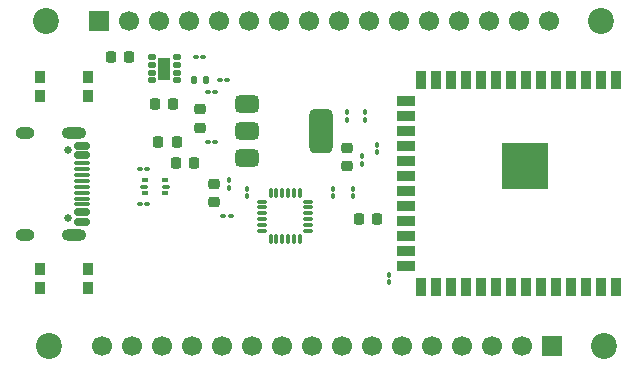
<source format=gts>
%TF.GenerationSoftware,KiCad,Pcbnew,9.0.2*%
%TF.CreationDate,2025-06-05T12:53:21-05:00*%
%TF.ProjectId,testing2,74657374-696e-4673-922e-6b696361645f,rev?*%
%TF.SameCoordinates,Original*%
%TF.FileFunction,Soldermask,Top*%
%TF.FilePolarity,Negative*%
%FSLAX46Y46*%
G04 Gerber Fmt 4.6, Leading zero omitted, Abs format (unit mm)*
G04 Created by KiCad (PCBNEW 9.0.2) date 2025-06-05 12:53:21*
%MOMM*%
%LPD*%
G01*
G04 APERTURE LIST*
G04 Aperture macros list*
%AMRoundRect*
0 Rectangle with rounded corners*
0 $1 Rounding radius*
0 $2 $3 $4 $5 $6 $7 $8 $9 X,Y pos of 4 corners*
0 Add a 4 corners polygon primitive as box body*
4,1,4,$2,$3,$4,$5,$6,$7,$8,$9,$2,$3,0*
0 Add four circle primitives for the rounded corners*
1,1,$1+$1,$2,$3*
1,1,$1+$1,$4,$5*
1,1,$1+$1,$6,$7*
1,1,$1+$1,$8,$9*
0 Add four rect primitives between the rounded corners*
20,1,$1+$1,$2,$3,$4,$5,0*
20,1,$1+$1,$4,$5,$6,$7,0*
20,1,$1+$1,$6,$7,$8,$9,0*
20,1,$1+$1,$8,$9,$2,$3,0*%
G04 Aperture macros list end*
%ADD10RoundRect,0.135000X-0.135000X-0.185000X0.135000X-0.185000X0.135000X0.185000X-0.135000X0.185000X0*%
%ADD11RoundRect,0.218750X0.256250X-0.218750X0.256250X0.218750X-0.256250X0.218750X-0.256250X-0.218750X0*%
%ADD12RoundRect,0.125000X-0.187500X-0.125000X0.187500X-0.125000X0.187500X0.125000X-0.187500X0.125000X0*%
%ADD13R,1.100000X1.900000*%
%ADD14R,1.700000X1.700000*%
%ADD15C,1.700000*%
%ADD16RoundRect,0.225000X0.225000X0.250000X-0.225000X0.250000X-0.225000X-0.250000X0.225000X-0.250000X0*%
%ADD17RoundRect,0.100000X-0.100000X0.130000X-0.100000X-0.130000X0.100000X-0.130000X0.100000X0.130000X0*%
%ADD18R,0.900000X1.000000*%
%ADD19RoundRect,0.225000X-0.250000X0.225000X-0.250000X-0.225000X0.250000X-0.225000X0.250000X0.225000X0*%
%ADD20RoundRect,0.100000X0.100000X-0.130000X0.100000X0.130000X-0.100000X0.130000X-0.100000X-0.130000X0*%
%ADD21RoundRect,0.100000X0.130000X0.100000X-0.130000X0.100000X-0.130000X-0.100000X0.130000X-0.100000X0*%
%ADD22R,0.900000X1.500000*%
%ADD23R,1.500000X0.900000*%
%ADD24C,0.600000*%
%ADD25R,3.900000X3.900000*%
%ADD26RoundRect,0.100000X-0.130000X-0.100000X0.130000X-0.100000X0.130000X0.100000X-0.130000X0.100000X0*%
%ADD27RoundRect,0.093750X-0.156250X-0.093750X0.156250X-0.093750X0.156250X0.093750X-0.156250X0.093750X0*%
%ADD28RoundRect,0.075000X-0.250000X-0.075000X0.250000X-0.075000X0.250000X0.075000X-0.250000X0.075000X0*%
%ADD29RoundRect,0.375000X-0.625000X-0.375000X0.625000X-0.375000X0.625000X0.375000X-0.625000X0.375000X0*%
%ADD30RoundRect,0.500000X-0.500000X-1.400000X0.500000X-1.400000X0.500000X1.400000X-0.500000X1.400000X0*%
%ADD31C,2.200000*%
%ADD32C,0.650000*%
%ADD33RoundRect,0.150000X-0.500000X0.150000X-0.500000X-0.150000X0.500000X-0.150000X0.500000X0.150000X0*%
%ADD34RoundRect,0.075000X-0.575000X0.075000X-0.575000X-0.075000X0.575000X-0.075000X0.575000X0.075000X0*%
%ADD35O,2.100000X1.000000*%
%ADD36O,1.600000X1.000000*%
%ADD37RoundRect,0.075000X-0.075000X0.350000X-0.075000X-0.350000X0.075000X-0.350000X0.075000X0.350000X0*%
%ADD38RoundRect,0.075000X-0.350000X-0.075000X0.350000X-0.075000X0.350000X0.075000X-0.350000X0.075000X0*%
%ADD39RoundRect,0.225000X-0.225000X-0.250000X0.225000X-0.250000X0.225000X0.250000X-0.225000X0.250000X0*%
%ADD40RoundRect,0.218750X0.218750X0.256250X-0.218750X0.256250X-0.218750X-0.256250X0.218750X-0.256250X0*%
%ADD41RoundRect,0.218750X-0.218750X-0.256250X0.218750X-0.256250X0.218750X0.256250X-0.218750X0.256250X0*%
G04 APERTURE END LIST*
D10*
%TO.C,R10*%
X101740000Y-113500000D03*
X102760000Y-113500000D03*
%TD*%
D11*
%TO.C,D3*%
X102250000Y-117500000D03*
X102250000Y-115925000D03*
%TD*%
D12*
%TO.C,U2*%
X98187500Y-111525000D03*
X98187500Y-112175000D03*
X98187500Y-112825000D03*
X98187500Y-113475000D03*
X100312500Y-113475000D03*
X100312500Y-112825000D03*
X100312500Y-112175000D03*
X100312500Y-111525000D03*
D13*
X99250000Y-112500000D03*
%TD*%
D14*
%TO.C,J3*%
X132080000Y-136000000D03*
D15*
X129540000Y-136000000D03*
X127000000Y-136000000D03*
X124460000Y-136000000D03*
X121920000Y-136000000D03*
X119380000Y-136000000D03*
X116840000Y-136000000D03*
X114300000Y-136000000D03*
X111760000Y-136000000D03*
X109220000Y-136000000D03*
X106680000Y-136000000D03*
X104140000Y-136000000D03*
X101600000Y-136000000D03*
X99060000Y-136000000D03*
X96520000Y-136000000D03*
X93980000Y-136000000D03*
%TD*%
D16*
%TO.C,C12*%
X100025000Y-115500000D03*
X98475000Y-115500000D03*
%TD*%
D17*
%TO.C,C5*%
X117250000Y-118930000D03*
X117250000Y-119570000D03*
%TD*%
D18*
%TO.C,SW1*%
X88700000Y-113200000D03*
X92800000Y-113200000D03*
X88700000Y-114800000D03*
X92800000Y-114800000D03*
%TD*%
D19*
%TO.C,C1*%
X103500000Y-122225000D03*
X103500000Y-123775000D03*
%TD*%
D16*
%TO.C,C8*%
X96275000Y-111500000D03*
X94725000Y-111500000D03*
%TD*%
D14*
%TO.C,J2*%
X93730000Y-108500000D03*
D15*
X96270000Y-108500000D03*
X98810000Y-108500000D03*
X101350000Y-108500000D03*
X103890000Y-108500000D03*
X106430000Y-108500000D03*
X108970000Y-108500000D03*
X111510000Y-108500000D03*
X114050000Y-108500000D03*
X116590000Y-108500000D03*
X119130000Y-108500000D03*
X121670000Y-108500000D03*
X124210000Y-108500000D03*
X126750000Y-108500000D03*
X129290000Y-108500000D03*
X131830000Y-108500000D03*
%TD*%
D20*
%TO.C,R4*%
X116250000Y-116820000D03*
X116250000Y-116180000D03*
%TD*%
D19*
%TO.C,C4*%
X114750000Y-119225000D03*
X114750000Y-120775000D03*
%TD*%
D21*
%TO.C,R3*%
X103570000Y-118750000D03*
X102930000Y-118750000D03*
%TD*%
D17*
%TO.C,C2*%
X104750000Y-121930000D03*
X104750000Y-122570000D03*
%TD*%
D22*
%TO.C,U1*%
X137500000Y-113500000D03*
X136230000Y-113500000D03*
X134960000Y-113500000D03*
X133690000Y-113500000D03*
X132420000Y-113500000D03*
X131150000Y-113500000D03*
X129880000Y-113500000D03*
X128610000Y-113500000D03*
X127340000Y-113500000D03*
X126070000Y-113500000D03*
X124800000Y-113500000D03*
X123530000Y-113500000D03*
X122260000Y-113500000D03*
X120990000Y-113500000D03*
D23*
X119740000Y-115265000D03*
X119740000Y-116535000D03*
X119740000Y-117805000D03*
X119740000Y-119075000D03*
X119740000Y-120345000D03*
X119740000Y-121615000D03*
X119740000Y-122885000D03*
X119740000Y-124155000D03*
X119740000Y-125425000D03*
X119740000Y-126695000D03*
X119740000Y-127965000D03*
X119740000Y-129235000D03*
D22*
X120990000Y-131000000D03*
X122260000Y-131000000D03*
X123530000Y-131000000D03*
X124800000Y-131000000D03*
X126070000Y-131000000D03*
X127340000Y-131000000D03*
X128610000Y-131000000D03*
X129880000Y-131000000D03*
X131150000Y-131000000D03*
X132420000Y-131000000D03*
X133690000Y-131000000D03*
X134960000Y-131000000D03*
X136230000Y-131000000D03*
X137500000Y-131000000D03*
D24*
X130480000Y-119350000D03*
X129080000Y-119350000D03*
X131180000Y-120050000D03*
X129780000Y-120050000D03*
X128380000Y-120050000D03*
X130480000Y-120750000D03*
D25*
X129780000Y-120750000D03*
D24*
X129080000Y-120750000D03*
X131180000Y-121450000D03*
X129780000Y-121450000D03*
X128380000Y-121450000D03*
X130480000Y-122150000D03*
X129080000Y-122150000D03*
%TD*%
D20*
%TO.C,C10*%
X106250000Y-123320000D03*
X106250000Y-122680000D03*
%TD*%
D17*
%TO.C,R7*%
X113500000Y-122680000D03*
X113500000Y-123320000D03*
%TD*%
D26*
%TO.C,R6*%
X103930000Y-113500000D03*
X104570000Y-113500000D03*
%TD*%
%TO.C,R1*%
X97180000Y-124000000D03*
X97820000Y-124000000D03*
%TD*%
D27*
%TO.C,U3*%
X97650000Y-121962500D03*
D28*
X97575000Y-122500000D03*
D27*
X97650000Y-123037500D03*
X99350000Y-123037500D03*
D28*
X99425000Y-122500000D03*
D27*
X99350000Y-121962500D03*
%TD*%
D26*
%TO.C,R2*%
X97180000Y-121000000D03*
X97820000Y-121000000D03*
%TD*%
D29*
%TO.C,U5*%
X106250000Y-115500000D03*
X106250000Y-117800000D03*
D30*
X112550000Y-117800000D03*
D29*
X106250000Y-120100000D03*
%TD*%
D31*
%TO.C,H4*%
X89250000Y-108500000D03*
%TD*%
D32*
%TO.C,J1*%
X91105000Y-119360000D03*
X91105000Y-125140000D03*
D33*
X92245000Y-119050000D03*
X92245000Y-119850000D03*
D34*
X92245000Y-121000000D03*
X92245000Y-122000000D03*
X92245000Y-122500000D03*
X92245000Y-123500000D03*
D33*
X92245000Y-124650000D03*
X92245000Y-125450000D03*
X92245000Y-125450000D03*
X92245000Y-124650000D03*
D34*
X92245000Y-124000000D03*
X92245000Y-123000000D03*
X92245000Y-121500000D03*
X92245000Y-120500000D03*
D33*
X92245000Y-119850000D03*
X92245000Y-119050000D03*
D35*
X91605000Y-117930000D03*
D36*
X87425000Y-117930000D03*
D35*
X91605000Y-126570000D03*
D36*
X87425000Y-126570000D03*
%TD*%
D37*
%TO.C,U4*%
X110750000Y-123050000D03*
X110250000Y-123050000D03*
X109750000Y-123050000D03*
X109250000Y-123050000D03*
X108750000Y-123050000D03*
X108250000Y-123050000D03*
D38*
X107550000Y-123750000D03*
X107550000Y-124250000D03*
X107550000Y-124750000D03*
X107550000Y-125250000D03*
X107550000Y-125750000D03*
X107550000Y-126250000D03*
D37*
X108250000Y-126950000D03*
X108750000Y-126950000D03*
X109250000Y-126950000D03*
X109750000Y-126950000D03*
X110250000Y-126950000D03*
X110750000Y-126950000D03*
D38*
X111450000Y-126250000D03*
X111450000Y-125750000D03*
X111450000Y-125250000D03*
X111450000Y-124750000D03*
X111450000Y-124250000D03*
X111450000Y-123750000D03*
%TD*%
D18*
%TO.C,SW3*%
X88700000Y-129450000D03*
X92800000Y-129450000D03*
X88700000Y-131050000D03*
X92800000Y-131050000D03*
%TD*%
D31*
%TO.C,H2*%
X89500000Y-136000000D03*
%TD*%
%TO.C,H3*%
X136250000Y-108500000D03*
%TD*%
D17*
%TO.C,C3*%
X116000000Y-119930000D03*
X116000000Y-120570000D03*
%TD*%
D39*
%TO.C,C6*%
X115725000Y-125250000D03*
X117275000Y-125250000D03*
%TD*%
D17*
%TO.C,R5*%
X118250000Y-129930000D03*
X118250000Y-130570000D03*
%TD*%
D40*
%TO.C,D2*%
X101787500Y-120500000D03*
X100212500Y-120500000D03*
%TD*%
D21*
%TO.C,C11*%
X104890000Y-125000000D03*
X104250000Y-125000000D03*
%TD*%
D26*
%TO.C,C9*%
X101930000Y-111500000D03*
X102570000Y-111500000D03*
%TD*%
D41*
%TO.C,D1*%
X98712500Y-118750000D03*
X100287500Y-118750000D03*
%TD*%
D26*
%TO.C,R9*%
X102930000Y-114500000D03*
X103570000Y-114500000D03*
%TD*%
D17*
%TO.C,R8*%
X115250000Y-122680000D03*
X115250000Y-123320000D03*
%TD*%
D31*
%TO.C,H1*%
X136500000Y-136000000D03*
%TD*%
D17*
%TO.C,C7*%
X114750000Y-116180000D03*
X114750000Y-116820000D03*
%TD*%
M02*

</source>
